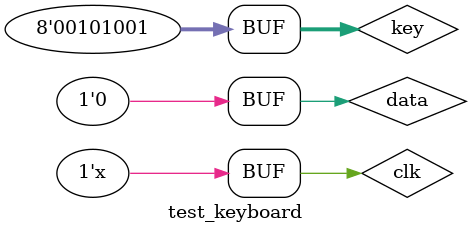
<source format=v>
`timescale 1ns / 1ps


module test_keyboard;

	// Inputs
	reg clk;
	reg data;
	reg [7:0] key;
	
	// Outputs
	wire [7:0] code;
	wire led0;

	// Instantiate the Unit Under Test (UUT)
	keyboard uut (
		.clk(clk), 
		.data(data), 
		.code(code), 
		.led0(led0)
	);
	
	initial begin
		// Initialize Inputs
		clk = 0;
		data = 0;

		key = 8'b00101001;
		 
		#10;
		#10 data = key[0];
		#10 data = key[1];
		#10 data = key[2];
		#10 data = key[3];
		#10 data = key[4];
		#10 data = key[5];
		#10 data = key[6];
		#10 data = key[7];
		
		// Wait 100 ns for global reset to finish
		#100;
        
		// Add stimulus here

	end
     
	always #5 clk = ~clk;
	
endmodule


</source>
